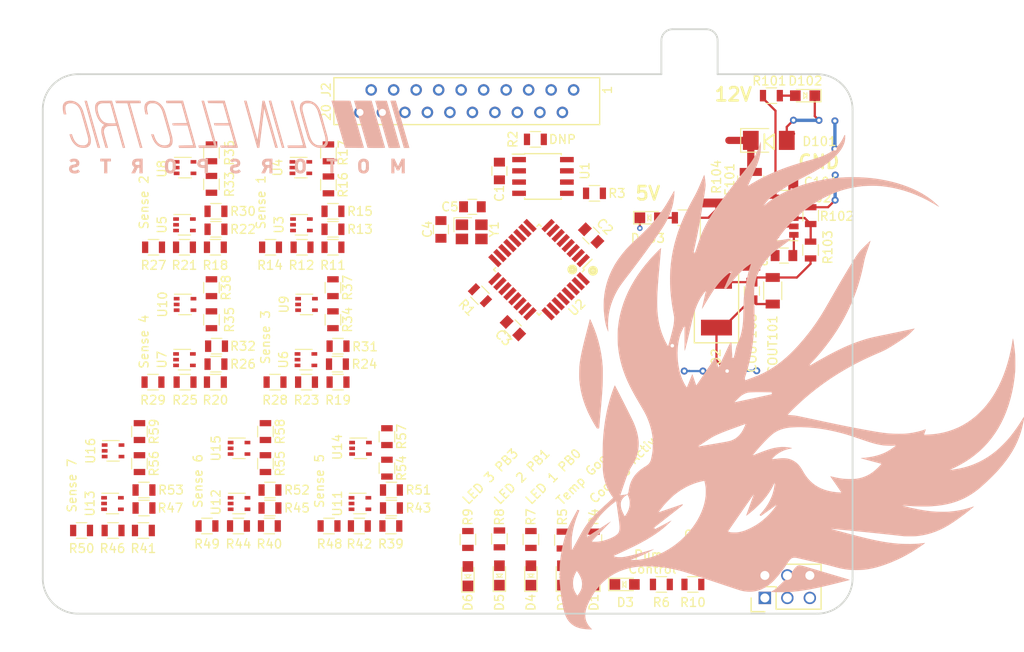
<source format=kicad_pcb>
(kicad_pcb (version 20171130) (host pcbnew 5.1.4-e60b266~84~ubuntu18.04.1)
  (layers (0 F.Cu signal) (31 B.Cu signal) (34 B.Paste user) (35 F.Paste user) (36 B.SilkS user hide) (37 F.SilkS user) (38 B.Mask user) (39 F.Mask user) (44 Edge.Cuts user))
  (net 0 "")
  (net 1 GND)
  (net 2 /12V)
  (net 3 VCC)
  (net 4 "Net-(C101-Pad1)")
  (net 5 "Net-(C103-Pad2)")
  (net 6 "Net-(C103-Pad1)")
  (net 7 "Net-(COUT101-Pad1)")
  (net 8 "Net-(D102-Pad2)")
  (net 9 "Net-(D103-Pad2)")
  (net 10 "Net-(R102-Pad1)")
  (net 11 "Net-(C3-Pad1)")
  (net 12 "Net-(C4-Pad1)")
  (net 13 "Net-(C5-Pad1)")
  (net 14 "Net-(D1-Pad2)")
  (net 15 "Net-(D2-Pad2)")
  (net 16 "Net-(D3-Pad2)")
  (net 17 "Net-(D4-Pad2)")
  (net 18 "Net-(D5-Pad2)")
  (net 19 "Net-(D6-Pad2)")
  (net 20 /MISO)
  (net 21 /SCK)
  (net 22 /MOSI)
  (net 23 /RESET)
  (net 24 /CAN_HI)
  (net 25 /CAN_LO)
  (net 26 /PUMP_CONTROL)
  (net 27 /LED_1)
  (net 28 /LED_2)
  (net 29 /LED_3)
  (net 30 /CAN_TX)
  (net 31 /CAN_RX)
  (net 32 "Net-(U1-Pad5)")
  (net 33 "Net-(U2-Pad3)")
  (net 34 "Net-(U2-Pad15)")
  (net 35 "Net-(U2-Pad21)")
  (net 36 "Net-(U2-Pad25)")
  (net 37 "Net-(U2-Pad29)")
  (net 38 "Net-(U2-Pad32)")
  (net 39 /PUMP_RELAY_READ)
  (net 40 /Logic_Sheet/SENSE_1-)
  (net 41 /Logic_Sheet/SENSE_1+)
  (net 42 /Logic_Sheet/SENSE_2+)
  (net 43 /Logic_Sheet/SENSE_2-)
  (net 44 /Logic_Sheet/SENSE_3+)
  (net 45 /Logic_Sheet/SENSE_3-)
  (net 46 /Logic_Sheet/SENSE_4+)
  (net 47 /Logic_Sheet/SENSE_4-)
  (net 48 /Logic_Sheet/SENSE_5+)
  (net 49 /Logic_Sheet/SENSE_5-)
  (net 50 /Logic_Sheet/SENSE_6+)
  (net 51 /Logic_Sheet/SENSE_6-)
  (net 52 /Logic_Sheet/SENSE_7+)
  (net 53 /Logic_Sheet/SENSE_7-)
  (net 54 /COOLING_ACTIVE_LED)
  (net 55 /TEMP_GOOD_LED)
  (net 56 "Net-(R12-Pad1)")
  (net 57 "Net-(R13-Pad1)")
  (net 58 "Net-(R15-Pad1)")
  (net 59 "Net-(R16-Pad1)")
  (net 60 /READ_1)
  (net 61 "Net-(R21-Pad1)")
  (net 62 "Net-(R22-Pad1)")
  (net 63 "Net-(R23-Pad1)")
  (net 64 "Net-(R24-Pad1)")
  (net 65 "Net-(R25-Pad1)")
  (net 66 "Net-(R26-Pad1)")
  (net 67 "Net-(R30-Pad1)")
  (net 68 "Net-(R31-Pad1)")
  (net 69 "Net-(R32-Pad1)")
  (net 70 "Net-(R33-Pad1)")
  (net 71 "Net-(R34-Pad1)")
  (net 72 "Net-(R35-Pad1)")
  (net 73 /READ_2)
  (net 74 /READ_3)
  (net 75 /READ_4)
  (net 76 "Net-(R42-Pad1)")
  (net 77 "Net-(R43-Pad1)")
  (net 78 "Net-(R44-Pad1)")
  (net 79 "Net-(R45-Pad1)")
  (net 80 "Net-(R46-Pad1)")
  (net 81 "Net-(R47-Pad1)")
  (net 82 "Net-(R51-Pad1)")
  (net 83 "Net-(R52-Pad1)")
  (net 84 "Net-(R53-Pad1)")
  (net 85 "Net-(R54-Pad1)")
  (net 86 "Net-(R55-Pad1)")
  (net 87 "Net-(R56-Pad1)")
  (net 88 /READ_5)
  (net 89 /READ_6)
  (net 90 /READ_7)
  (module footprints:TQFP-32_7x7mm_Pitch0.8mm (layer F.Cu) (at 155.353103 100.066695 225)
    (fp_text reference U2 (at 0 -6.05 45) (layer F.SilkS))
    (fp_text value ATMEGA16M1 hide)
    (pad 1 smd rect (at -4.25 -2.8 225) (size 1.6 0.55) (layers F.Cu F.Paste F.Mask) (net 20 /MISO))
    (pad 2 smd rect (at -4.25 -2 225) (size 1.6 0.55) (layers F.Cu F.Paste F.Mask) (net 22 /MOSI))
    (pad 3 smd rect (at -4.25 -1.2 225) (size 1.6 0.55) (layers F.Cu F.Paste F.Mask) (net 33 "Net-(U2-Pad3)"))
    (pad 4 smd rect (at -4.25 -0.4 225) (size 1.6 0.55) (layers F.Cu F.Paste F.Mask) (net 3 VCC))
    (pad 5 smd rect (at -4.25 0.4 225) (size 1.6 0.55) (layers F.Cu F.Paste F.Mask) (net 1 GND))
    (pad 6 smd rect (at -4.25 1.2 225) (size 1.6 0.55) (layers F.Cu F.Paste F.Mask) (net 30 /CAN_TX))
    (pad 7 smd rect (at -4.25 2 225) (size 1.6 0.55) (layers F.Cu F.Paste F.Mask) (net 31 /CAN_RX))
    (pad 8 smd rect (at -4.25 2.8 225) (size 1.6 0.55) (layers F.Cu F.Paste F.Mask) (net 27 /LED_1))
    (pad 9 smd rect (at -2.8 4.25 315) (size 1.6 0.55) (layers F.Cu F.Paste F.Mask) (net 28 /LED_2))
    (pad 10 smd rect (at -2 4.25 315) (size 1.6 0.55) (layers F.Cu F.Paste F.Mask) (net 13 "Net-(C5-Pad1)"))
    (pad 11 smd rect (at -1.2 4.25 315) (size 1.6 0.55) (layers F.Cu F.Paste F.Mask) (net 12 "Net-(C4-Pad1)"))
    (pad 12 smd rect (at -0.4 4.25 315) (size 1.6 0.55) (layers F.Cu F.Paste F.Mask) (net 21 /SCK))
    (pad 13 smd rect (at 0.4 4.25 315) (size 1.6 0.55) (layers F.Cu F.Paste F.Mask) (net 60 /READ_1))
    (pad 14 smd rect (at 1.2 4.25 315) (size 1.6 0.55) (layers F.Cu F.Paste F.Mask) (net 73 /READ_2))
    (pad 15 smd rect (at 2 4.25 315) (size 1.6 0.55) (layers F.Cu F.Paste F.Mask) (net 34 "Net-(U2-Pad15)"))
    (pad 16 smd rect (at 2.8 4.25 315) (size 1.6 0.55) (layers F.Cu F.Paste F.Mask) (net 75 /READ_4))
    (pad 17 smd rect (at 4.25 2.8 225) (size 1.6 0.55) (layers F.Cu F.Paste F.Mask) (net 90 /READ_7))
    (pad 18 smd rect (at 4.25 2 225) (size 1.6 0.55) (layers F.Cu F.Paste F.Mask) (net 39 /PUMP_RELAY_READ))
    (pad 19 smd rect (at 4.25 1.2 225) (size 1.6 0.55) (layers F.Cu F.Paste F.Mask) (net 11 "Net-(C3-Pad1)"))
    (pad 20 smd rect (at 4.25 0.4 225) (size 1.6 0.55) (layers F.Cu F.Paste F.Mask) (net 1 GND))
    (pad 21 smd rect (at 4.25 -0.4 225) (size 1.6 0.55) (layers F.Cu F.Paste F.Mask) (net 35 "Net-(U2-Pad21)"))
    (pad 22 smd rect (at 4.25 -1.2 225) (size 1.6 0.55) (layers F.Cu F.Paste F.Mask) (net 26 /PUMP_CONTROL))
    (pad 23 smd rect (at 4.25 -2 225) (size 1.6 0.55) (layers F.Cu F.Paste F.Mask) (net 29 /LED_3))
    (pad 24 smd rect (at 4.25 -2.8 225) (size 1.6 0.55) (layers F.Cu F.Paste F.Mask) (net 54 /COOLING_ACTIVE_LED))
    (pad 25 smd rect (at 2.8 -4.25 315) (size 1.6 0.55) (layers F.Cu F.Paste F.Mask) (net 36 "Net-(U2-Pad25)"))
    (pad 26 smd rect (at 2 -4.25 315) (size 1.6 0.55) (layers F.Cu F.Paste F.Mask) (net 88 /READ_5))
    (pad 27 smd rect (at 1.2 -4.25 315) (size 1.6 0.55) (layers F.Cu F.Paste F.Mask) (net 89 /READ_6))
    (pad 28 smd rect (at 0.4 -4.25 315) (size 1.6 0.55) (layers F.Cu F.Paste F.Mask) (net 74 /READ_3))
    (pad 29 smd rect (at -0.4 -4.25 315) (size 1.6 0.55) (layers F.Cu F.Paste F.Mask) (net 37 "Net-(U2-Pad29)"))
    (pad 30 smd rect (at -1.2 -4.25 315) (size 1.6 0.55) (layers F.Cu F.Paste F.Mask) (net 55 /TEMP_GOOD_LED))
    (pad 31 smd rect (at -2 -4.25 315) (size 1.6 0.55) (layers F.Cu F.Paste F.Mask) (net 23 /RESET))
    (pad 32 smd rect (at -2.8 -4.25 315) (size 1.6 0.55) (layers F.Cu F.Paste F.Mask) (net 38 "Net-(U2-Pad32)"))
  )
  (module Package_TO_SOT_SMD:SOT-353_SC-70-5 (layer F.Cu) (at 107.254 120.538)
    (fp_text reference U16 (at -2.54 0 90) (layer F.SilkS))
    (fp_text value MCP6001T-I-LT)
    (pad 5 smd rect (at 0.95 -0.65) (size 0.65 0.4) (layers F.Cu F.Paste F.Mask) (net 3 VCC))
    (pad 4 smd rect (at 0.95 0.65) (size 0.65 0.4) (layers F.Cu F.Paste F.Mask) (net 87 "Net-(R56-Pad1)"))
    (pad 2 smd rect (at -0.95 0) (size 0.65 0.4) (layers F.Cu F.Paste F.Mask) (net 1 GND))
    (pad 3 smd rect (at -0.95 0.65) (size 0.65 0.4) (layers F.Cu F.Paste F.Mask) (net 1 GND))
    (pad 1 smd rect (at -0.95 -0.65) (size 0.65 0.4) (layers F.Cu F.Paste F.Mask) (net 90 /READ_7))
  )
  (module Package_TO_SOT_SMD:SOT-353_SC-70-5 (layer F.Cu) (at 121.478 120.254)
    (fp_text reference U15 (at -2.606 0 90) (layer F.SilkS))
    (fp_text value MCP6001T-I-LT)
    (pad 5 smd rect (at 0.95 -0.65) (size 0.65 0.4) (layers F.Cu F.Paste F.Mask) (net 3 VCC))
    (pad 4 smd rect (at 0.95 0.65) (size 0.65 0.4) (layers F.Cu F.Paste F.Mask) (net 86 "Net-(R55-Pad1)"))
    (pad 2 smd rect (at -0.95 0) (size 0.65 0.4) (layers F.Cu F.Paste F.Mask) (net 1 GND))
    (pad 3 smd rect (at -0.95 0.65) (size 0.65 0.4) (layers F.Cu F.Paste F.Mask) (net 1 GND))
    (pad 1 smd rect (at -0.95 -0.65) (size 0.65 0.4) (layers F.Cu F.Paste F.Mask) (net 89 /READ_6))
  )
  (module Package_TO_SOT_SMD:SOT-353_SC-70-5 (layer F.Cu) (at 135.194 120.254)
    (fp_text reference U14 (at -2.606 -0.142 90) (layer F.SilkS))
    (fp_text value MCP6001T-I-LT)
    (pad 5 smd rect (at 0.95 -0.65) (size 0.65 0.4) (layers F.Cu F.Paste F.Mask) (net 3 VCC))
    (pad 4 smd rect (at 0.95 0.65) (size 0.65 0.4) (layers F.Cu F.Paste F.Mask) (net 85 "Net-(R54-Pad1)"))
    (pad 2 smd rect (at -0.95 0) (size 0.65 0.4) (layers F.Cu F.Paste F.Mask) (net 1 GND))
    (pad 3 smd rect (at -0.95 0.65) (size 0.65 0.4) (layers F.Cu F.Paste F.Mask) (net 1 GND))
    (pad 1 smd rect (at -0.95 -0.65) (size 0.65 0.4) (layers F.Cu F.Paste F.Mask) (net 88 /READ_5))
  )
  (module Package_TO_SOT_SMD:SOT-353_SC-70-5 (layer F.Cu) (at 107.188 126.492)
    (fp_text reference U13 (at -2.54 0 90) (layer F.SilkS))
    (fp_text value MCP6001T-I-LT)
    (pad 5 smd rect (at 0.95 -0.65) (size 0.65 0.4) (layers F.Cu F.Paste F.Mask) (net 3 VCC))
    (pad 4 smd rect (at 0.95 0.65) (size 0.65 0.4) (layers F.Cu F.Paste F.Mask) (net 81 "Net-(R47-Pad1)"))
    (pad 2 smd rect (at -0.95 0) (size 0.65 0.4) (layers F.Cu F.Paste F.Mask) (net 1 GND))
    (pad 3 smd rect (at -0.95 0.65) (size 0.65 0.4) (layers F.Cu F.Paste F.Mask) (net 80 "Net-(R46-Pad1)"))
    (pad 1 smd rect (at -0.95 -0.65) (size 0.65 0.4) (layers F.Cu F.Paste F.Mask) (net 84 "Net-(R53-Pad1)"))
  )
  (module Package_TO_SOT_SMD:SOT-353_SC-70-5 (layer F.Cu) (at 121.478 126.492)
    (fp_text reference U12 (at -2.606 -0.142 90) (layer F.SilkS))
    (fp_text value MCP6001T-I-LT)
    (pad 5 smd rect (at 0.95 -0.65) (size 0.65 0.4) (layers F.Cu F.Paste F.Mask) (net 3 VCC))
    (pad 4 smd rect (at 0.95 0.65) (size 0.65 0.4) (layers F.Cu F.Paste F.Mask) (net 79 "Net-(R45-Pad1)"))
    (pad 2 smd rect (at -0.95 0) (size 0.65 0.4) (layers F.Cu F.Paste F.Mask) (net 1 GND))
    (pad 3 smd rect (at -0.95 0.65) (size 0.65 0.4) (layers F.Cu F.Paste F.Mask) (net 78 "Net-(R44-Pad1)"))
    (pad 1 smd rect (at -0.95 -0.65) (size 0.65 0.4) (layers F.Cu F.Paste F.Mask) (net 83 "Net-(R52-Pad1)"))
  )
  (module Package_TO_SOT_SMD:SOT-353_SC-70-5 (layer F.Cu) (at 135.128 126.492)
    (fp_text reference U11 (at -2.54 0 90) (layer F.SilkS))
    (fp_text value MCP6001T-I-LT)
    (pad 5 smd rect (at 0.95 -0.65) (size 0.65 0.4) (layers F.Cu F.Paste F.Mask) (net 3 VCC))
    (pad 4 smd rect (at 0.95 0.65) (size 0.65 0.4) (layers F.Cu F.Paste F.Mask) (net 77 "Net-(R43-Pad1)"))
    (pad 2 smd rect (at -0.95 0) (size 0.65 0.4) (layers F.Cu F.Paste F.Mask) (net 1 GND))
    (pad 3 smd rect (at -0.95 0.65) (size 0.65 0.4) (layers F.Cu F.Paste F.Mask) (net 76 "Net-(R42-Pad1)"))
    (pad 1 smd rect (at -0.95 -0.65) (size 0.65 0.4) (layers F.Cu F.Paste F.Mask) (net 82 "Net-(R51-Pad1)"))
  )
  (module Package_TO_SOT_SMD:SOT-353_SC-70-5 (layer F.Cu) (at 115.382 103.998)
    (fp_text reference U10 (at -2.54 0 90) (layer F.SilkS))
    (fp_text value MCP6001T-I-LT)
    (pad 5 smd rect (at 0.95 -0.65) (size 0.65 0.4) (layers F.Cu F.Paste F.Mask) (net 3 VCC))
    (pad 4 smd rect (at 0.95 0.65) (size 0.65 0.4) (layers F.Cu F.Paste F.Mask) (net 72 "Net-(R35-Pad1)"))
    (pad 2 smd rect (at -0.95 0) (size 0.65 0.4) (layers F.Cu F.Paste F.Mask) (net 1 GND))
    (pad 3 smd rect (at -0.95 0.65) (size 0.65 0.4) (layers F.Cu F.Paste F.Mask) (net 1 GND))
    (pad 1 smd rect (at -0.95 -0.65) (size 0.65 0.4) (layers F.Cu F.Paste F.Mask) (net 75 /READ_4))
  )
  (module Package_TO_SOT_SMD:SOT-353_SC-70-5 (layer F.Cu) (at 129.098 103.998)
    (fp_text reference U9 (at -2.54 0 90) (layer F.SilkS))
    (fp_text value MCP6001T-I-LT)
    (pad 5 smd rect (at 0.95 -0.65) (size 0.65 0.4) (layers F.Cu F.Paste F.Mask) (net 3 VCC))
    (pad 4 smd rect (at 0.95 0.65) (size 0.65 0.4) (layers F.Cu F.Paste F.Mask) (net 71 "Net-(R34-Pad1)"))
    (pad 2 smd rect (at -0.95 0) (size 0.65 0.4) (layers F.Cu F.Paste F.Mask) (net 1 GND))
    (pad 3 smd rect (at -0.95 0.65) (size 0.65 0.4) (layers F.Cu F.Paste F.Mask) (net 1 GND))
    (pad 1 smd rect (at -0.95 -0.65) (size 0.65 0.4) (layers F.Cu F.Paste F.Mask) (net 74 /READ_3))
  )
  (module Package_TO_SOT_SMD:SOT-353_SC-70-5 (layer F.Cu) (at 115.382 88.534)
    (fp_text reference U8 (at -2.606 0.142 90) (layer F.SilkS))
    (fp_text value MCP6001T-I-LT)
    (pad 5 smd rect (at 0.95 -0.65) (size 0.65 0.4) (layers F.Cu F.Paste F.Mask) (net 3 VCC))
    (pad 4 smd rect (at 0.95 0.65) (size 0.65 0.4) (layers F.Cu F.Paste F.Mask) (net 70 "Net-(R33-Pad1)"))
    (pad 2 smd rect (at -0.95 0) (size 0.65 0.4) (layers F.Cu F.Paste F.Mask) (net 1 GND))
    (pad 3 smd rect (at -0.95 0.65) (size 0.65 0.4) (layers F.Cu F.Paste F.Mask) (net 1 GND))
    (pad 1 smd rect (at -0.95 -0.65) (size 0.65 0.4) (layers F.Cu F.Paste F.Mask) (net 73 /READ_2))
  )
  (module Package_TO_SOT_SMD:SOT-353_SC-70-5 (layer F.Cu) (at 115.316 110.236)
    (fp_text reference U7 (at -2.54 0 90) (layer F.SilkS))
    (fp_text value MCP6001T-I-LT)
    (pad 5 smd rect (at 0.95 -0.65) (size 0.65 0.4) (layers F.Cu F.Paste F.Mask) (net 3 VCC))
    (pad 4 smd rect (at 0.95 0.65) (size 0.65 0.4) (layers F.Cu F.Paste F.Mask) (net 66 "Net-(R26-Pad1)"))
    (pad 2 smd rect (at -0.95 0) (size 0.65 0.4) (layers F.Cu F.Paste F.Mask) (net 1 GND))
    (pad 3 smd rect (at -0.95 0.65) (size 0.65 0.4) (layers F.Cu F.Paste F.Mask) (net 65 "Net-(R25-Pad1)"))
    (pad 1 smd rect (at -0.95 -0.65) (size 0.65 0.4) (layers F.Cu F.Paste F.Mask) (net 69 "Net-(R32-Pad1)"))
  )
  (module Package_TO_SOT_SMD:SOT-353_SC-70-5 (layer F.Cu) (at 129.032 110.236)
    (fp_text reference U6 (at -2.54 0 90) (layer F.SilkS))
    (fp_text value MCP6001T-I-LT)
    (pad 5 smd rect (at 0.95 -0.65) (size 0.65 0.4) (layers F.Cu F.Paste F.Mask) (net 3 VCC))
    (pad 4 smd rect (at 0.95 0.65) (size 0.65 0.4) (layers F.Cu F.Paste F.Mask) (net 64 "Net-(R24-Pad1)"))
    (pad 2 smd rect (at -0.95 0) (size 0.65 0.4) (layers F.Cu F.Paste F.Mask) (net 1 GND))
    (pad 3 smd rect (at -0.95 0.65) (size 0.65 0.4) (layers F.Cu F.Paste F.Mask) (net 63 "Net-(R23-Pad1)"))
    (pad 1 smd rect (at -0.95 -0.65) (size 0.65 0.4) (layers F.Cu F.Paste F.Mask) (net 68 "Net-(R31-Pad1)"))
  )
  (module Package_TO_SOT_SMD:SOT-353_SC-70-5 (layer F.Cu) (at 115.316 94.996)
    (fp_text reference U5 (at -2.54 0 90) (layer F.SilkS))
    (fp_text value MCP6001T-I-LT)
    (pad 5 smd rect (at 0.95 -0.65) (size 0.65 0.4) (layers F.Cu F.Paste F.Mask) (net 3 VCC))
    (pad 4 smd rect (at 0.95 0.65) (size 0.65 0.4) (layers F.Cu F.Paste F.Mask) (net 62 "Net-(R22-Pad1)"))
    (pad 2 smd rect (at -0.95 0) (size 0.65 0.4) (layers F.Cu F.Paste F.Mask) (net 1 GND))
    (pad 3 smd rect (at -0.95 0.65) (size 0.65 0.4) (layers F.Cu F.Paste F.Mask) (net 61 "Net-(R21-Pad1)"))
    (pad 1 smd rect (at -0.95 -0.65) (size 0.65 0.4) (layers F.Cu F.Paste F.Mask) (net 67 "Net-(R30-Pad1)"))
  )
  (module Package_TO_SOT_SMD:SOT-353_SC-70-5 (layer F.Cu) (at 128.458 88.534)
    (fp_text reference U4 (at -2.606 0 90) (layer F.SilkS))
    (fp_text value MCP6001T-I-LT)
    (pad 5 smd rect (at 0.95 -0.65) (size 0.65 0.4) (layers F.Cu F.Paste F.Mask) (net 3 VCC))
    (pad 4 smd rect (at 0.95 0.65) (size 0.65 0.4) (layers F.Cu F.Paste F.Mask) (net 59 "Net-(R16-Pad1)"))
    (pad 2 smd rect (at -0.95 0) (size 0.65 0.4) (layers F.Cu F.Paste F.Mask) (net 1 GND))
    (pad 3 smd rect (at -0.95 0.65) (size 0.65 0.4) (layers F.Cu F.Paste F.Mask) (net 1 GND))
    (pad 1 smd rect (at -0.95 -0.65) (size 0.65 0.4) (layers F.Cu F.Paste F.Mask) (net 60 /READ_1))
  )
  (module Package_TO_SOT_SMD:SOT-353_SC-70-5 (layer F.Cu) (at 128.524 94.996)
    (fp_text reference U3 (at -2.54 0 90) (layer F.SilkS))
    (fp_text value MCP6001T-I-LT)
    (pad 5 smd rect (at 0.95 -0.65) (size 0.65 0.4) (layers F.Cu F.Paste F.Mask) (net 3 VCC))
    (pad 4 smd rect (at 0.95 0.65) (size 0.65 0.4) (layers F.Cu F.Paste F.Mask) (net 57 "Net-(R13-Pad1)"))
    (pad 2 smd rect (at -0.95 0) (size 0.65 0.4) (layers F.Cu F.Paste F.Mask) (net 1 GND))
    (pad 3 smd rect (at -0.95 0.65) (size 0.65 0.4) (layers F.Cu F.Paste F.Mask) (net 56 "Net-(R12-Pad1)"))
    (pad 1 smd rect (at -0.95 -0.65) (size 0.65 0.4) (layers F.Cu F.Paste F.Mask) (net 58 "Net-(R15-Pad1)"))
  )
  (module footprints:R_0805_OEM (layer F.Cu) (at 110.236 118.364 270)
    (fp_text reference R59 (at 0 -1.65 90) (layer F.SilkS))
    (fp_text value R_22K hide)
    (pad 2 smd rect (at 0.95 0 270) (size 0.7 1.3) (layers F.Cu F.Paste F.Mask) (net 87 "Net-(R56-Pad1)"))
    (pad 1 smd rect (at -0.95 0 270) (size 0.7 1.3) (layers F.Cu F.Paste F.Mask) (net 90 /READ_7))
  )
  (module footprints:R_0805_OEM (layer F.Cu) (at 124.46 118.364 270)
    (fp_text reference R58 (at 0 -1.65 90) (layer F.SilkS))
    (fp_text value R_22K hide)
    (pad 2 smd rect (at 0.95 0 270) (size 0.7 1.3) (layers F.Cu F.Paste F.Mask) (net 86 "Net-(R55-Pad1)"))
    (pad 1 smd rect (at -0.95 0 270) (size 0.7 1.3) (layers F.Cu F.Paste F.Mask) (net 89 /READ_6))
  )
  (module footprints:R_0805_OEM (layer F.Cu) (at 138.176 118.938 270)
    (fp_text reference R57 (at 0 -1.65 90) (layer F.SilkS))
    (fp_text value R_22K hide)
    (pad 2 smd rect (at 0.95 0 270) (size 0.7 1.3) (layers F.Cu F.Paste F.Mask) (net 85 "Net-(R54-Pad1)"))
    (pad 1 smd rect (at -0.95 0 270) (size 0.7 1.3) (layers F.Cu F.Paste F.Mask) (net 88 /READ_5))
  )
  (module footprints:R_0805_OEM (layer F.Cu) (at 110.236 121.986 270)
    (fp_text reference R56 (at 0 -1.65 90) (layer F.SilkS))
    (fp_text value R_10K hide)
    (pad 2 smd rect (at 0.95 0 270) (size 0.7 1.3) (layers F.Cu F.Paste F.Mask) (net 84 "Net-(R53-Pad1)"))
    (pad 1 smd rect (at -0.95 0 270) (size 0.7 1.3) (layers F.Cu F.Paste F.Mask) (net 87 "Net-(R56-Pad1)"))
  )
  (module footprints:R_0805_OEM (layer F.Cu) (at 124.46 121.986 270)
    (fp_text reference R55 (at 0 -1.65 90) (layer F.SilkS))
    (fp_text value R_10K hide)
    (pad 2 smd rect (at 0.95 0 270) (size 0.7 1.3) (layers F.Cu F.Paste F.Mask) (net 83 "Net-(R52-Pad1)"))
    (pad 1 smd rect (at -0.95 0 270) (size 0.7 1.3) (layers F.Cu F.Paste F.Mask) (net 86 "Net-(R55-Pad1)"))
  )
  (module footprints:R_0805_OEM (layer F.Cu) (at 138.176 122.494 270)
    (fp_text reference R54 (at 0 -1.65 90) (layer F.SilkS))
    (fp_text value R_10K hide)
    (pad 2 smd rect (at 0.95 0 270) (size 0.7 1.3) (layers F.Cu F.Paste F.Mask) (net 82 "Net-(R51-Pad1)"))
    (pad 1 smd rect (at -0.95 0 270) (size 0.7 1.3) (layers F.Cu F.Paste F.Mask) (net 85 "Net-(R54-Pad1)"))
  )
  (module footprints:R_0805_OEM (layer F.Cu) (at 110.744 124.968 180)
    (fp_text reference R53 (at -3.048 0) (layer F.SilkS))
    (fp_text value R_3K hide)
    (pad 2 smd rect (at 0.95 0 180) (size 0.7 1.3) (layers F.Cu F.Paste F.Mask) (net 81 "Net-(R47-Pad1)"))
    (pad 1 smd rect (at -0.95 0 180) (size 0.7 1.3) (layers F.Cu F.Paste F.Mask) (net 84 "Net-(R53-Pad1)"))
  )
  (module footprints:R_0805_OEM (layer F.Cu) (at 124.968 124.968 180)
    (fp_text reference R52 (at -3.048 0) (layer F.SilkS))
    (fp_text value R_3K hide)
    (pad 2 smd rect (at 0.95 0 180) (size 0.7 1.3) (layers F.Cu F.Paste F.Mask) (net 79 "Net-(R45-Pad1)"))
    (pad 1 smd rect (at -0.95 0 180) (size 0.7 1.3) (layers F.Cu F.Paste F.Mask) (net 83 "Net-(R52-Pad1)"))
  )
  (module footprints:R_0805_OEM (layer F.Cu) (at 138.684 124.968 180)
    (fp_text reference R51 (at -3.048 0) (layer F.SilkS))
    (fp_text value R_3K hide)
    (pad 2 smd rect (at 0.95 0 180) (size 0.7 1.3) (layers F.Cu F.Paste F.Mask) (net 77 "Net-(R43-Pad1)"))
    (pad 1 smd rect (at -0.95 0 180) (size 0.7 1.3) (layers F.Cu F.Paste F.Mask) (net 82 "Net-(R51-Pad1)"))
  )
  (module footprints:R_0805_OEM (layer F.Cu) (at 103.698 129.54)
    (fp_text reference R50 (at 0 2.032) (layer F.SilkS))
    (fp_text value R_3K hide)
    (pad 2 smd rect (at 0.95 0) (size 0.7 1.3) (layers F.Cu F.Paste F.Mask) (net 80 "Net-(R46-Pad1)"))
    (pad 1 smd rect (at -0.95 0) (size 0.7 1.3) (layers F.Cu F.Paste F.Mask) (net 1 GND))
  )
  (module footprints:R_0805_OEM (layer F.Cu) (at 117.856 129.032)
    (fp_text reference R49 (at 0 2.032) (layer F.SilkS))
    (fp_text value R_3K hide)
    (pad 2 smd rect (at 0.95 0) (size 0.7 1.3) (layers F.Cu F.Paste F.Mask) (net 78 "Net-(R44-Pad1)"))
    (pad 1 smd rect (at -0.95 0) (size 0.7 1.3) (layers F.Cu F.Paste F.Mask) (net 1 GND))
  )
  (module footprints:R_0805_OEM (layer F.Cu) (at 131.638 129.032)
    (fp_text reference R48 (at 0.066 2.032) (layer F.SilkS))
    (fp_text value R_3K hide)
    (pad 2 smd rect (at 0.95 0) (size 0.7 1.3) (layers F.Cu F.Paste F.Mask) (net 76 "Net-(R42-Pad1)"))
    (pad 1 smd rect (at -0.95 0) (size 0.7 1.3) (layers F.Cu F.Paste F.Mask) (net 1 GND))
  )
  (module footprints:R_0805_OEM (layer F.Cu) (at 110.744 127)
    (fp_text reference R47 (at 2.982 0) (layer F.SilkS))
    (fp_text value R_3K hide)
    (pad 2 smd rect (at 0.95 0) (size 0.7 1.3) (layers F.Cu F.Paste F.Mask) (net 52 /Logic_Sheet/SENSE_7+))
    (pad 1 smd rect (at -0.95 0) (size 0.7 1.3) (layers F.Cu F.Paste F.Mask) (net 81 "Net-(R47-Pad1)"))
  )
  (module footprints:R_0805_OEM (layer F.Cu) (at 107.254 129.54)
    (fp_text reference R46 (at -0.066 2.032 180) (layer F.SilkS))
    (fp_text value R_3K hide)
    (pad 2 smd rect (at 0.95 0) (size 0.7 1.3) (layers F.Cu F.Paste F.Mask) (net 53 /Logic_Sheet/SENSE_7-))
    (pad 1 smd rect (at -0.95 0) (size 0.7 1.3) (layers F.Cu F.Paste F.Mask) (net 80 "Net-(R46-Pad1)"))
  )
  (module footprints:R_0805_OEM (layer F.Cu) (at 124.968 127)
    (fp_text reference R45 (at 3.048 0) (layer F.SilkS))
    (fp_text value R_3K hide)
    (pad 2 smd rect (at 0.95 0) (size 0.7 1.3) (layers F.Cu F.Paste F.Mask) (net 50 /Logic_Sheet/SENSE_6+))
    (pad 1 smd rect (at -0.95 0) (size 0.7 1.3) (layers F.Cu F.Paste F.Mask) (net 79 "Net-(R45-Pad1)"))
  )
  (module footprints:R_0805_OEM (layer F.Cu) (at 121.412 129.032)
    (fp_text reference R44 (at 0 2.032) (layer F.SilkS))
    (fp_text value R_3K hide)
    (pad 2 smd rect (at 0.95 0) (size 0.7 1.3) (layers F.Cu F.Paste F.Mask) (net 51 /Logic_Sheet/SENSE_6-))
    (pad 1 smd rect (at -0.95 0) (size 0.7 1.3) (layers F.Cu F.Paste F.Mask) (net 78 "Net-(R44-Pad1)"))
  )
  (module footprints:R_0805_OEM (layer F.Cu) (at 138.684 127)
    (fp_text reference R43 (at 3.048 0) (layer F.SilkS))
    (fp_text value R_3K hide)
    (pad 2 smd rect (at 0.95 0) (size 0.7 1.3) (layers F.Cu F.Paste F.Mask) (net 48 /Logic_Sheet/SENSE_5+))
    (pad 1 smd rect (at -0.95 0) (size 0.7 1.3) (layers F.Cu F.Paste F.Mask) (net 77 "Net-(R43-Pad1)"))
  )
  (module footprints:R_0805_OEM (layer F.Cu) (at 135.062 129.032)
    (fp_text reference R42 (at 0 2.032) (layer F.SilkS))
    (fp_text value R_3K hide)
    (pad 2 smd rect (at 0.95 0) (size 0.7 1.3) (layers F.Cu F.Paste F.Mask) (net 49 /Logic_Sheet/SENSE_5-))
    (pad 1 smd rect (at -0.95 0) (size 0.7 1.3) (layers F.Cu F.Paste F.Mask) (net 76 "Net-(R42-Pad1)"))
  )
  (module footprints:R_0805_OEM (layer F.Cu) (at 110.678 129.54)
    (fp_text reference R41 (at 0 2.032) (layer F.SilkS))
    (fp_text value R_1K hide)
    (pad 2 smd rect (at 0.95 0) (size 0.7 1.3) (layers F.Cu F.Paste F.Mask) (net 1 GND))
    (pad 1 smd rect (at -0.95 0) (size 0.7 1.3) (layers F.Cu F.Paste F.Mask) (net 53 /Logic_Sheet/SENSE_7-))
  )
  (module footprints:R_0805_OEM (layer F.Cu) (at 124.902 129.032)
    (fp_text reference R40 (at 0 2.032) (layer F.SilkS))
    (fp_text value R_1K hide)
    (pad 2 smd rect (at 0.95 0) (size 0.7 1.3) (layers F.Cu F.Paste F.Mask) (net 1 GND))
    (pad 1 smd rect (at -0.95 0) (size 0.7 1.3) (layers F.Cu F.Paste F.Mask) (net 51 /Logic_Sheet/SENSE_6-))
  )
  (module footprints:R_0805_OEM (layer F.Cu) (at 138.618 129.032)
    (fp_text reference R39 (at 0 2.032) (layer F.SilkS))
    (fp_text value R_1K hide)
    (pad 2 smd rect (at 0.95 0) (size 0.7 1.3) (layers F.Cu F.Paste F.Mask) (net 1 GND))
    (pad 1 smd rect (at -0.95 0) (size 0.7 1.3) (layers F.Cu F.Paste F.Mask) (net 49 /Logic_Sheet/SENSE_5-))
  )
  (module footprints:R_0805_OEM (layer F.Cu) (at 118.364 102.108 270)
    (fp_text reference R38 (at 0 -1.65 90) (layer F.SilkS))
    (fp_text value R_22K hide)
    (pad 2 smd rect (at 0.95 0 270) (size 0.7 1.3) (layers F.Cu F.Paste F.Mask) (net 72 "Net-(R35-Pad1)"))
    (pad 1 smd rect (at -0.95 0 270) (size 0.7 1.3) (layers F.Cu F.Paste F.Mask) (net 75 /READ_4))
  )
  (module footprints:R_0805_OEM (layer F.Cu) (at 132.08 102.108 270)
    (fp_text reference R37 (at 0 -1.65 90) (layer F.SilkS))
    (fp_text value R_22K hide)
    (pad 2 smd rect (at 0.95 0 270) (size 0.7 1.3) (layers F.Cu F.Paste F.Mask) (net 71 "Net-(R34-Pad1)"))
    (pad 1 smd rect (at -0.95 0 270) (size 0.7 1.3) (layers F.Cu F.Paste F.Mask) (net 74 /READ_3))
  )
  (module footprints:R_0805_OEM (layer F.Cu) (at 118.364 86.868 270)
    (fp_text reference R36 (at 0 -2.032 90) (layer F.SilkS))
    (fp_text value R_22K hide)
    (pad 2 smd rect (at 0.95 0 270) (size 0.7 1.3) (layers F.Cu F.Paste F.Mask) (net 70 "Net-(R33-Pad1)"))
    (pad 1 smd rect (at -0.95 0 270) (size 0.7 1.3) (layers F.Cu F.Paste F.Mask) (net 73 /READ_2))
  )
  (module footprints:R_0805_OEM (layer F.Cu) (at 118.364 105.73 270)
    (fp_text reference R35 (at 0 -2.032 90) (layer F.SilkS))
    (fp_text value R_10K hide)
    (pad 2 smd rect (at 0.95 0 270) (size 0.7 1.3) (layers F.Cu F.Paste F.Mask) (net 69 "Net-(R32-Pad1)"))
    (pad 1 smd rect (at -0.95 0 270) (size 0.7 1.3) (layers F.Cu F.Paste F.Mask) (net 72 "Net-(R35-Pad1)"))
  )
  (module footprints:R_0805_OEM (layer F.Cu) (at 132.08 105.73 270)
    (fp_text reference R34 (at 0 -1.65 90) (layer F.SilkS))
    (fp_text value R_10K hide)
    (pad 2 smd rect (at 0.95 0 270) (size 0.7 1.3) (layers F.Cu F.Paste F.Mask) (net 68 "Net-(R31-Pad1)"))
    (pad 1 smd rect (at -0.95 0 270) (size 0.7 1.3) (layers F.Cu F.Paste F.Mask) (net 71 "Net-(R34-Pad1)"))
  )
  (module footprints:R_0805_OEM (layer F.Cu) (at 118.364 90.424 270)
    (fp_text reference R33 (at 0 -2.032 90) (layer F.SilkS))
    (fp_text value R_10K hide)
    (pad 2 smd rect (at 0.95 0 270) (size 0.7 1.3) (layers F.Cu F.Paste F.Mask) (net 67 "Net-(R30-Pad1)"))
    (pad 1 smd rect (at -0.95 0 270) (size 0.7 1.3) (layers F.Cu F.Paste F.Mask) (net 70 "Net-(R33-Pad1)"))
  )
  (module footprints:R_0805_OEM (layer F.Cu) (at 118.938 108.712 180)
    (fp_text reference R32 (at -2.982 0) (layer F.SilkS))
    (fp_text value R_3K hide)
    (pad 2 smd rect (at 0.95 0 180) (size 0.7 1.3) (layers F.Cu F.Paste F.Mask) (net 66 "Net-(R26-Pad1)"))
    (pad 1 smd rect (at -0.95 0 180) (size 0.7 1.3) (layers F.Cu F.Paste F.Mask) (net 69 "Net-(R32-Pad1)"))
  )
  (module footprints:R_0805_OEM (layer F.Cu) (at 132.654 108.712 180)
    (fp_text reference R31 (at -3.048 -0.066) (layer F.SilkS))
    (fp_text value R_3K hide)
    (pad 2 smd rect (at 0.95 0 180) (size 0.7 1.3) (layers F.Cu F.Paste F.Mask) (net 64 "Net-(R24-Pad1)"))
    (pad 1 smd rect (at -0.95 0 180) (size 0.7 1.3) (layers F.Cu F.Paste F.Mask) (net 68 "Net-(R31-Pad1)"))
  )
  (module footprints:R_0805_OEM (layer F.Cu) (at 118.872 93.472 180)
    (fp_text reference R30 (at -3.048 0) (layer F.SilkS))
    (fp_text value R_3K hide)
    (pad 2 smd rect (at 0.95 0 180) (size 0.7 1.3) (layers F.Cu F.Paste F.Mask) (net 62 "Net-(R22-Pad1)"))
    (pad 1 smd rect (at -0.95 0 180) (size 0.7 1.3) (layers F.Cu F.Paste F.Mask) (net 67 "Net-(R30-Pad1)"))
  )
  (module footprints:R_0805_OEM (layer F.Cu) (at 111.76 112.776)
    (fp_text reference R29 (at 0 2.032) (layer F.SilkS))
    (fp_text value R_3K hide)
    (pad 2 smd rect (at 0.95 0) (size 0.7 1.3) (layers F.Cu F.Paste F.Mask) (net 65 "Net-(R25-Pad1)"))
    (pad 1 smd rect (at -0.95 0) (size 0.7 1.3) (layers F.Cu F.Paste F.Mask) (net 1 GND))
  )
  (module footprints:R_0805_OEM (layer F.Cu) (at 125.542 112.776)
    (fp_text reference R28 (at 0 2.032) (layer F.SilkS))
    (fp_text value R_3K hide)
    (pad 2 smd rect (at 0.95 0) (size 0.7 1.3) (layers F.Cu F.Paste F.Mask) (net 63 "Net-(R23-Pad1)"))
    (pad 1 smd rect (at -0.95 0) (size 0.7 1.3) (layers F.Cu F.Paste F.Mask) (net 1 GND))
  )
  (module footprints:R_0805_OEM (layer F.Cu) (at 111.826 97.536)
    (fp_text reference R27 (at 0 2.032) (layer F.SilkS))
    (fp_text value R_3K hide)
    (pad 2 smd rect (at 0.95 0) (size 0.7 1.3) (layers F.Cu F.Paste F.Mask) (net 61 "Net-(R21-Pad1)"))
    (pad 1 smd rect (at -0.95 0) (size 0.7 1.3) (layers F.Cu F.Paste F.Mask) (net 1 GND))
  )
  (module footprints:R_0805_OEM (layer F.Cu) (at 118.872 110.744)
    (fp_text reference R26 (at 3.048 0) (layer F.SilkS))
    (fp_text value R_3K hide)
    (pad 2 smd rect (at 0.95 0) (size 0.7 1.3) (layers F.Cu F.Paste F.Mask) (net 46 /Logic_Sheet/SENSE_4+))
    (pad 1 smd rect (at -0.95 0) (size 0.7 1.3) (layers F.Cu F.Paste F.Mask) (net 66 "Net-(R26-Pad1)"))
  )
  (module footprints:R_0805_OEM (layer F.Cu) (at 115.382 112.776)
    (fp_text reference R25 (at 0 2.032) (layer F.SilkS))
    (fp_text value R_3K hide)
    (pad 2 smd rect (at 0.95 0) (size 0.7 1.3) (layers F.Cu F.Paste F.Mask) (net 47 /Logic_Sheet/SENSE_4-))
    (pad 1 smd rect (at -0.95 0) (size 0.7 1.3) (layers F.Cu F.Paste F.Mask) (net 65 "Net-(R25-Pad1)"))
  )
  (module footprints:R_0805_OEM (layer F.Cu) (at 132.588 110.744)
    (fp_text reference R24 (at 3.048 0) (layer F.SilkS))
    (fp_text value R_3K hide)
    (pad 2 smd rect (at 0.95 0) (size 0.7 1.3) (layers F.Cu F.Paste F.Mask) (net 44 /Logic_Sheet/SENSE_3+))
    (pad 1 smd rect (at -0.95 0) (size 0.7 1.3) (layers F.Cu F.Paste F.Mask) (net 64 "Net-(R24-Pad1)"))
  )
  (module footprints:R_0805_OEM (layer F.Cu) (at 129.098 112.776)
    (fp_text reference R23 (at 0 2.032) (layer F.SilkS))
    (fp_text value R_3K hide)
    (pad 2 smd rect (at 0.95 0) (size 0.7 1.3) (layers F.Cu F.Paste F.Mask) (net 45 /Logic_Sheet/SENSE_3-))
    (pad 1 smd rect (at -0.95 0) (size 0.7 1.3) (layers F.Cu F.Paste F.Mask) (net 63 "Net-(R23-Pad1)"))
  )
  (module footprints:R_0805_OEM (layer F.Cu) (at 118.872 95.504)
    (fp_text reference R22 (at 3.048 0) (layer F.SilkS))
    (fp_text value R_3K hide)
    (pad 2 smd rect (at 0.95 0) (size 0.7 1.3) (layers F.Cu F.Paste F.Mask) (net 42 /Logic_Sheet/SENSE_2+))
    (pad 1 smd rect (at -0.95 0) (size 0.7 1.3) (layers F.Cu F.Paste F.Mask) (net 62 "Net-(R22-Pad1)"))
  )
  (module footprints:R_0805_OEM (layer F.Cu) (at 115.316 97.536)
    (fp_text reference R21 (at 0 2.032) (layer F.SilkS))
    (fp_text value R_3K hide)
    (pad 2 smd rect (at 0.95 0) (size 0.7 1.3) (layers F.Cu F.Paste F.Mask) (net 43 /Logic_Sheet/SENSE_2-))
    (pad 1 smd rect (at -0.95 0) (size 0.7 1.3) (layers F.Cu F.Paste F.Mask) (net 61 "Net-(R21-Pad1)"))
  )
  (module footprints:R_0805_OEM (layer F.Cu) (at 118.806 112.776)
    (fp_text reference R20 (at 0 2.032) (layer F.SilkS))
    (fp_text value R_1K hide)
    (pad 2 smd rect (at 0.95 0) (size 0.7 1.3) (layers F.Cu F.Paste F.Mask) (net 1 GND))
    (pad 1 smd rect (at -0.95 0) (size 0.7 1.3) (layers F.Cu F.Paste F.Mask) (net 47 /Logic_Sheet/SENSE_4-))
  )
  (module footprints:R_0805_OEM (layer F.Cu) (at 132.654 112.776)
    (fp_text reference R19 (at 0 2.032) (layer F.SilkS))
    (fp_text value R_1K hide)
    (pad 2 smd rect (at 0.95 0) (size 0.7 1.3) (layers F.Cu F.Paste F.Mask) (net 1 GND))
    (pad 1 smd rect (at -0.95 0) (size 0.7 1.3) (layers F.Cu F.Paste F.Mask) (net 45 /Logic_Sheet/SENSE_3-))
  )
  (module footprints:R_0805_OEM (layer F.Cu) (at 118.806 97.536)
    (fp_text reference R18 (at 0 2.032) (layer F.SilkS))
    (fp_text value R_1K hide)
    (pad 2 smd rect (at 0.95 0) (size 0.7 1.3) (layers F.Cu F.Paste F.Mask) (net 1 GND))
    (pad 1 smd rect (at -0.95 0) (size 0.7 1.3) (layers F.Cu F.Paste F.Mask) (net 43 /Logic_Sheet/SENSE_2-))
  )
  (module footprints:R_0805_OEM (layer F.Cu) (at 131.572 86.868 270)
    (fp_text reference R17 (at 0 -1.65 90) (layer F.SilkS))
    (fp_text value R_22K hide)
    (pad 2 smd rect (at 0.95 0 270) (size 0.7 1.3) (layers F.Cu F.Paste F.Mask) (net 59 "Net-(R16-Pad1)"))
    (pad 1 smd rect (at -0.95 0 270) (size 0.7 1.3) (layers F.Cu F.Paste F.Mask) (net 60 /READ_1))
  )
  (module footprints:R_0805_OEM (layer F.Cu) (at 131.572 90.49 270)
    (fp_text reference R16 (at 0 -1.65 90) (layer F.SilkS))
    (fp_text value R_10K hide)
    (pad 2 smd rect (at 0.95 0 270) (size 0.7 1.3) (layers F.Cu F.Paste F.Mask) (net 58 "Net-(R15-Pad1)"))
    (pad 1 smd rect (at -0.95 0 270) (size 0.7 1.3) (layers F.Cu F.Paste F.Mask) (net 59 "Net-(R16-Pad1)"))
  )
  (module footprints:R_0805_OEM (layer F.Cu) (at 132.08 93.472 180)
    (fp_text reference R15 (at -3.048 0) (layer F.SilkS))
    (fp_text value R_3K hide)
    (pad 2 smd rect (at 0.95 0 180) (size 0.7 1.3) (layers F.Cu F.Paste F.Mask) (net 57 "Net-(R13-Pad1)"))
    (pad 1 smd rect (at -0.95 0 180) (size 0.7 1.3) (layers F.Cu F.Paste F.Mask) (net 58 "Net-(R15-Pad1)"))
  )
  (module footprints:R_0805_OEM (layer F.Cu) (at 125.034 97.536)
    (fp_text reference R14 (at -0.066 2.032) (layer F.SilkS))
    (fp_text value R_3K hide)
    (pad 2 smd rect (at 0.95 0) (size 0.7 1.3) (layers F.Cu F.Paste F.Mask) (net 56 "Net-(R12-Pad1)"))
    (pad 1 smd rect (at -0.95 0) (size 0.7 1.3) (layers F.Cu F.Paste F.Mask) (net 1 GND))
  )
  (module footprints:R_0805_OEM (layer F.Cu) (at 132.08 95.504)
    (fp_text reference R13 (at 3.048 0) (layer F.SilkS))
    (fp_text value R_3K hide)
    (pad 2 smd rect (at 0.95 0) (size 0.7 1.3) (layers F.Cu F.Paste F.Mask) (net 41 /Logic_Sheet/SENSE_1+))
    (pad 1 smd rect (at -0.95 0) (size 0.7 1.3) (layers F.Cu F.Paste F.Mask) (net 57 "Net-(R13-Pad1)"))
  )
  (module footprints:R_0805_OEM (layer F.Cu) (at 128.59 97.536)
    (fp_text reference R12 (at -0.066 2.032) (layer F.SilkS))
    (fp_text value R_3K hide)
    (pad 2 smd rect (at 0.95 0) (size 0.7 1.3) (layers F.Cu F.Paste F.Mask) (net 40 /Logic_Sheet/SENSE_1-))
    (pad 1 smd rect (at -0.95 0) (size 0.7 1.3) (layers F.Cu F.Paste F.Mask) (net 56 "Net-(R12-Pad1)"))
  )
  (module footprints:R_0805_OEM (layer F.Cu) (at 132.08 97.536)
    (fp_text reference R11 (at 0 2.032) (layer F.SilkS))
    (fp_text value R_1K hide)
    (pad 2 smd rect (at 0.95 0) (size 0.7 1.3) (layers F.Cu F.Paste F.Mask) (net 1 GND))
    (pad 1 smd rect (at -0.95 0) (size 0.7 1.3) (layers F.Cu F.Paste F.Mask) (net 40 /Logic_Sheet/SENSE_1-))
  )
  (module footprints:R_0805_OEM (layer F.Cu) (at 172.72 135.636 180)
    (fp_text reference R10 (at 0 -2.032) (layer F.SilkS))
    (fp_text value R_10K hide)
    (pad 2 smd rect (at 0.95 0 180) (size 0.7 1.3) (layers F.Cu F.Paste F.Mask) (net 26 /PUMP_CONTROL))
    (pad 1 smd rect (at -0.95 0 180) (size 0.7 1.3) (layers F.Cu F.Paste F.Mask) (net 1 GND))
  )
  (module footprints:R_0805_OEM (layer F.Cu) (at 169.164 135.636)
    (fp_text reference R6 (at 0 2.032) (layer F.SilkS))
    (fp_text value R_200 hide)
    (pad 2 smd rect (at 0.95 0) (size 0.7 1.3) (layers F.Cu F.Paste F.Mask) (net 26 /PUMP_CONTROL))
    (pad 1 smd rect (at -0.95 0) (size 0.7 1.3) (layers F.Cu F.Paste F.Mask) (net 16 "Net-(D3-Pad2)"))
  )
  (module footprints:R_0805_OEM (layer F.Cu) (at 154.94 85.344 180)
    (fp_text reference R2 (at 2.54 0 90) (layer F.SilkS))
    (fp_text value R_120_DNP hide)
    (pad 2 smd rect (at 0.95 0 180) (size 0.7 1.3) (layers F.Cu F.Paste F.Mask) (net 25 /CAN_LO))
    (pad 1 smd rect (at -0.95 0 180) (size 0.7 1.3) (layers F.Cu F.Paste F.Mask) (net 24 /CAN_HI))
  )
  (module footprints:SOT-23F (layer F.Cu) (at 172.72 132.622 90)
    (fp_text reference Q1 (at 2.574 0 180) (layer F.SilkS))
    (fp_text value SSM3K333R hide)
    (pad 3 smd rect (at 1.05 0 90) (size 0.9 0.8) (layers F.Cu F.Paste F.Mask) (net 39 /PUMP_RELAY_READ))
    (pad 2 smd rect (at -1.05 0.95 90) (size 0.9 0.8) (layers F.Cu F.Paste F.Mask) (net 1 GND))
    (pad 1 smd rect (at -1.05 -0.95 90) (size 0.9 0.8) (layers F.Cu F.Paste F.Mask) (net 26 /PUMP_CONTROL))
  )
  (module footprints:Fuse_1812 (layer F.Cu) (at 175.387 101.3333 270)
    (fp_text reference COUT102 (at 10.9957 0.049 90) (layer F.SilkS))
    (fp_text value C_33uF hide)
    (pad 1 smd rect (at 0 0 270) (size 1.78 3.5) (layers F.Cu F.Paste F.Mask) (net 7 "Net-(COUT101-Pad1)"))
    (pad 2 smd rect (at 5.28 0 270) (size 1.78 3.5) (layers F.Cu F.Paste F.Mask) (net 1 GND))
  )
  (module footprints:C_0805_OEM (layer F.Cu) (at 183.007 98.4758 180)
    (fp_text reference C103 (at 2.159 0.0032 90) (layer F.SilkS) (effects (font (size 0.6 0.6))))
    (fp_text value C_0.1uF hide)
    (pad 2 smd rect (at 1 0 180) (size 1 1.25) (layers F.Cu F.Paste F.Mask) (net 5 "Net-(C103-Pad2)"))
    (pad 1 smd rect (at -1 0 180) (size 1 1.25) (layers F.Cu F.Paste F.Mask) (net 6 "Net-(C103-Pad1)"))
  )
  (module footprints:Fuse_1210 (layer F.Cu) (at 179.2605 90.4748 90)
    (fp_text reference F101 (at 0.5958 -2.3725 270) (layer F.SilkS))
    (fp_text value F_500mA_16V hide)
    (pad 2 smd rect (at 1.45 0 90) (size 0.9 2.5) (layers F.Cu F.Paste F.Mask) (net 2 /12V))
    (pad 1 smd rect (at -1.45 0 90) (size 0.9 2.5) (layers F.Cu F.Paste F.Mask) (net 4 "Net-(C101-Pad1)"))
  )
  (module footprints:L_100uH (layer F.Cu) (at 179.32146 97.9807 270)
    (fp_text reference L101 (at -2.9267 -0.01654 180) (layer F.SilkS))
    (fp_text value L_100uH hide)
    (pad 1 smd rect (at -1.6 0 270) (size 1.2 2) (layers F.Cu F.Paste F.Mask) (net 5 "Net-(C103-Pad2)"))
    (pad 2 smd rect (at 1.6 0 270) (size 1.2 2) (layers F.Cu F.Paste F.Mask) (net 7 "Net-(COUT101-Pad1)"))
  )
  (module footprints:R_0805_OEM (layer F.Cu) (at 186.00928 97.84842 90)
    (fp_text reference R103 (at 0.31242 1.95072 270) (layer F.SilkS))
    (fp_text value R_100K hide)
    (pad 1 smd rect (at -0.95 0 90) (size 0.7 1.3) (layers F.Cu F.Paste F.Mask) (net 7 "Net-(COUT101-Pad1)"))
    (pad 2 smd rect (at 0.95 0 90) (size 0.7 1.3) (layers F.Cu F.Paste F.Mask) (net 10 "Net-(R102-Pad1)"))
  )
  (module footprints:R_0805_OEM (layer F.Cu) (at 186.02452 93.96222 90)
    (fp_text reference R102 (at -0.06678 2.95148 180) (layer F.SilkS))
    (fp_text value R_25K hide)
    (pad 2 smd rect (at 0.95 0 90) (size 0.7 1.3) (layers F.Cu F.Paste F.Mask) (net 1 GND))
    (pad 1 smd rect (at -0.95 0 90) (size 0.7 1.3) (layers F.Cu F.Paste F.Mask) (net 10 "Net-(R102-Pad1)"))
  )
  (module footprints:R_0805_OEM (layer F.Cu) (at 171.638 94.204 180)
    (fp_text reference R105 (at 0 -3.332 90) (layer F.SilkS))
    (fp_text value R_200 hide)
    (pad 1 smd rect (at -0.95 0 180) (size 0.7 1.3) (layers F.Cu F.Paste F.Mask) (net 3 VCC))
    (pad 2 smd rect (at 0.95 0 180) (size 0.7 1.3) (layers F.Cu F.Paste F.Mask) (net 9 "Net-(D103-Pad2)"))
  )
  (module footprints:R_2512_OEM (layer F.Cu) (at 175.38192 95.6322 90)
    (fp_text reference R104 (at 6.0532 0.00608 270) (layer F.SilkS))
    (fp_text value R_0_2512 hide)
    (pad 1 smd rect (at -3.1 0 90) (size 1 3.2) (layers F.Cu F.Paste F.Mask) (net 7 "Net-(COUT101-Pad1)"))
    (pad 2 smd rect (at 3.1 0 90) (size 1 3.2) (layers F.Cu F.Paste F.Mask) (net 3 VCC))
  )
  (module footprints:SOT-23-6_OEM (layer F.Cu) (at 183.0222 95.1816 180)
    (fp_text reference U101 (at 3.8092 1.5526 180) (layer F.SilkS))
    (fp_text value TPS560430YF hide)
    (pad 1 smd rect (at -1.1 -0.95 180) (size 1.06 0.65) (layers F.Cu F.Paste F.Mask) (net 6 "Net-(C103-Pad1)"))
    (pad 2 smd rect (at -1.1 0 180) (size 1.06 0.65) (layers F.Cu F.Paste F.Mask) (net 1 GND))
    (pad 3 smd rect (at -1.1 0.95 180) (size 1.06 0.65) (layers F.Cu F.Paste F.Mask) (net 10 "Net-(R102-Pad1)"))
    (pad 4 smd rect (at 1.1 0.95 180) (size 1.06 0.65) (layers F.Cu F.Paste F.Mask) (net 4 "Net-(C101-Pad1)"))
    (pad 6 smd rect (at 1.1 -0.95 180) (size 1.06 0.65) (layers F.Cu F.Paste F.Mask) (net 5 "Net-(C103-Pad2)"))
    (pad 5 smd rect (at 1.1 0 180) (size 1.06 0.65) (layers F.Cu F.Paste F.Mask) (net 4 "Net-(C101-Pad1)"))
  )
  (module footprints:C_1206_OEM (layer F.Cu) (at 181.737 102.4523 270)
    (fp_text reference COUT101 (at 6.1267 -0.001 90) (layer F.SilkS))
    (fp_text value C_22uF hide)
    (pad 1 smd rect (at -1.5 0 270) (size 1 1.6) (layers F.Cu F.Paste F.Mask) (net 7 "Net-(COUT101-Pad1)"))
    (pad 2 smd rect (at 1.5 0 270) (size 1 1.6) (layers F.Cu F.Paste F.Mask) (net 1 GND))
  )
  (module footprints:C_0805_OEM (layer F.Cu) (at 179.3875 102.4763 270)
    (fp_text reference COUT103 (at 5.8777 -0.0005 90) (layer F.SilkS))
    (fp_text value C_47uF hide)
    (pad 1 smd rect (at -1 0 270) (size 1 1.25) (layers F.Cu F.Paste F.Mask) (net 7 "Net-(COUT101-Pad1)"))
    (pad 2 smd rect (at 1 0 270) (size 1 1.25) (layers F.Cu F.Paste F.Mask) (net 1 GND))
  )
  (module footprints:DO-214AA (layer F.Cu) (at 181.2925 85.4583)
    (fp_text reference D101 (at 5.7205 0.1207 180) (layer F.SilkS))
    (fp_text value D_Zener_18V hide)
    (pad 2 smd rect (at 2.032 0 180) (size 1.778 2.159) (layers F.Cu F.Paste F.Mask) (net 1 GND))
    (pad 1 smd rect (at -2.032 0 180) (size 1.778 2.159) (layers F.Cu F.Paste F.Mask) (net 2 /12V))
  )
  (module footprints:LED_0805_OEM (layer F.Cu) (at 167.838 94.204)
    (fp_text reference D103 (at -0.198 2.316 180) (layer F.SilkS))
    (fp_text value LED_0805 hide)
    (pad 2 smd rect (at 1.1 0 180) (size 1.2 1.2) (layers F.Cu F.Paste F.Mask) (net 9 "Net-(D103-Pad2)"))
    (pad 1 smd rect (at -1.1 0 180) (size 1.2 1.2) (layers F.Cu F.Paste F.Mask) (net 1 GND))
  )
  (module footprints:Logo_Large (layer B.Cu) (at 121.158 85.09 180)
    (fp_text reference G*** hide)
    (fp_text value LOGO hide)
  )
  (module footprints:LED_0805_OEM (layer F.Cu) (at 185.388 80.404 180)
    (fp_text reference D102 (at -0.032 1.664) (layer F.SilkS))
    (fp_text value LED_0805 hide)
    (pad 2 smd rect (at 1.1 0) (size 1.2 1.2) (layers F.Cu F.Paste F.Mask) (net 8 "Net-(D102-Pad2)"))
    (pad 1 smd rect (at -1.1 0) (size 1.2 1.2) (layers F.Cu F.Paste F.Mask) (net 1 GND))
  )
  (module footprints:R_0805_OEM (layer F.Cu) (at 181.588 80.404)
    (fp_text reference R101 (at -0.232 -1.664 180) (layer F.SilkS))
    (fp_text value R_200 hide)
    (pad 1 smd rect (at -0.95 0) (size 0.7 1.3) (layers F.Cu F.Paste F.Mask) (net 4 "Net-(C101-Pad1)"))
    (pad 2 smd rect (at 0.95 0) (size 0.7 1.3) (layers F.Cu F.Paste F.Mask) (net 8 "Net-(D102-Pad2)"))
  )
  (module footprints:phoenix (layer B.Cu) (at 183.896 112.776 270)
    (fp_text reference G*** hide)
    (fp_text value LOGO hide)
  )
  (module footprints:C_0805_OEM (layer F.Cu) (at 183.118 90.25636)
    (fp_text reference C101 (at 4.064 -0.08636) (layer F.SilkS))
    (fp_text value C_0.1uF hide)
    (pad 2 smd rect (at 1 0) (size 1 1.25) (layers F.Cu F.Paste F.Mask) (net 1 GND))
    (pad 1 smd rect (at -1 0) (size 1 1.25) (layers F.Cu F.Paste F.Mask) (net 4 "Net-(C101-Pad1)"))
  )
  (module footprints:C_0603_1608Metric (layer F.Cu) (at 182.9275 92.0623)
    (fp_text reference C102 (at 3.5085 -0.1143) (layer F.SilkS))
    (fp_text value C_2.2uF)
    (pad 1 smd roundrect (at -0.7875 0) (size 0.875 0.95) (layers F.Cu F.Paste F.Mask) (net 4 "Net-(C101-Pad1)"))
    (pad 2 smd roundrect (at 0.7875 0) (size 0.875 0.95) (layers F.Cu F.Paste F.Mask) (net 1 GND))
  )
  (module footprints:C_0805_OEM (layer F.Cu) (at 150.876 88.916 90)
    (fp_text reference C1 (at -2.524 0 90) (layer F.SilkS))
    (fp_text value C_0.1uF hide)
    (pad 1 smd rect (at -1 0 90) (size 1 1.25) (layers F.Cu F.Paste F.Mask) (net 3 VCC))
    (pad 2 smd rect (at 1 0 90) (size 1 1.25) (layers F.Cu F.Paste F.Mask) (net 1 GND))
  )
  (module footprints:C_0805_OEM (layer F.Cu) (at 161.235107 96.211107 135)
    (fp_text reference C2 (at -0.370524 1.807365 135) (layer F.SilkS))
    (fp_text value C_0.1uF hide)
    (pad 2 smd rect (at 1 0 135) (size 1 1.25) (layers F.Cu F.Paste F.Mask) (net 1 GND))
    (pad 1 smd rect (at -1 0 135) (size 1 1.25) (layers F.Cu F.Paste F.Mask) (net 3 VCC))
  )
  (module footprints:C_0805_OEM (layer F.Cu) (at 152.4 106.68 315)
    (fp_text reference C3 (at 0 1.524 135) (layer F.SilkS))
    (fp_text value C_100pF hide)
    (pad 1 smd rect (at -1 0 315) (size 1 1.25) (layers F.Cu F.Paste F.Mask) (net 11 "Net-(C3-Pad1)"))
    (pad 2 smd rect (at 1 0 315) (size 1 1.25) (layers F.Cu F.Paste F.Mask) (net 1 GND))
  )
  (module footprints:C_0805_OEM (layer F.Cu) (at 144.272 95.52 90)
    (fp_text reference C4 (at 0.016 -1.524 90) (layer F.SilkS))
    (fp_text value C_30pF hide)
    (pad 2 smd rect (at 1 0 90) (size 1 1.25) (layers F.Cu F.Paste F.Mask) (net 1 GND))
    (pad 1 smd rect (at -1 0 90) (size 1 1.25) (layers F.Cu F.Paste F.Mask) (net 12 "Net-(C4-Pad1)"))
  )
  (module footprints:C_0805_OEM (layer F.Cu) (at 147.828 92.964 180)
    (fp_text reference C5 (at 2.54 0) (layer F.SilkS))
    (fp_text value C_30pF hide)
    (pad 1 smd rect (at -1 0 180) (size 1 1.25) (layers F.Cu F.Paste F.Mask) (net 13 "Net-(C5-Pad1)"))
    (pad 2 smd rect (at 1 0 180) (size 1 1.25) (layers F.Cu F.Paste F.Mask) (net 1 GND))
  )
  (module footprints:LED_0805_OEM (layer F.Cu) (at 161.544 134.62 90)
    (fp_text reference D1 (at -3.048 0 270) (layer F.SilkS))
    (fp_text value LED_0805 hide)
    (pad 2 smd rect (at 1.1 0 270) (size 1.2 1.2) (layers F.Cu F.Paste F.Mask) (net 14 "Net-(D1-Pad2)"))
    (pad 1 smd rect (at -1.1 0 270) (size 1.2 1.2) (layers F.Cu F.Paste F.Mask) (net 1 GND))
  )
  (module footprints:LED_0805_OEM (layer F.Cu) (at 157.988 134.62 90)
    (fp_text reference D2 (at -3.048 0 90) (layer F.SilkS))
    (fp_text value LED_0805 hide)
    (pad 2 smd rect (at 1.1 0 270) (size 1.2 1.2) (layers F.Cu F.Paste F.Mask) (net 15 "Net-(D2-Pad2)"))
    (pad 1 smd rect (at -1.1 0 270) (size 1.2 1.2) (layers F.Cu F.Paste F.Mask) (net 1 GND))
  )
  (module footprints:LED_0805_OEM (layer F.Cu) (at 165.016 135.636)
    (fp_text reference D3 (at 0.084 2.032) (layer F.SilkS))
    (fp_text value LED_0805 hide)
    (pad 1 smd rect (at -1.1 0 180) (size 1.2 1.2) (layers F.Cu F.Paste F.Mask) (net 1 GND))
    (pad 2 smd rect (at 1.1 0 180) (size 1.2 1.2) (layers F.Cu F.Paste F.Mask) (net 16 "Net-(D3-Pad2)"))
  )
  (module footprints:LED_0805_OEM (layer F.Cu) (at 154.432 134.62 90)
    (fp_text reference D4 (at -3.048 0 90) (layer F.SilkS))
    (fp_text value LED_0805 hide)
    (pad 2 smd rect (at 1.1 0 270) (size 1.2 1.2) (layers F.Cu F.Paste F.Mask) (net 17 "Net-(D4-Pad2)"))
    (pad 1 smd rect (at -1.1 0 270) (size 1.2 1.2) (layers F.Cu F.Paste F.Mask) (net 1 GND))
  )
  (module footprints:LED_0805_OEM (layer F.Cu) (at 150.876 134.62 90)
    (fp_text reference D5 (at -3.048 0 90) (layer F.SilkS))
    (fp_text value LED_0805 hide)
    (pad 1 smd rect (at -1.1 0 270) (size 1.2 1.2) (layers F.Cu F.Paste F.Mask) (net 1 GND))
    (pad 2 smd rect (at 1.1 0 270) (size 1.2 1.2) (layers F.Cu F.Paste F.Mask) (net 18 "Net-(D5-Pad2)"))
  )
  (module footprints:LED_0805_OEM (layer F.Cu) (at 147.32 134.704 90)
    (fp_text reference D6 (at -2.964 0 90) (layer F.SilkS))
    (fp_text value LED_0805 hide)
    (pad 1 smd rect (at -1.1 0 270) (size 1.2 1.2) (layers F.Cu F.Paste F.Mask) (net 1 GND))
    (pad 2 smd rect (at 1.1 0 270) (size 1.2 1.2) (layers F.Cu F.Paste F.Mask) (net 19 "Net-(D6-Pad2)"))
  )
  (module footprints:Pin_Header_Straight_2x03 (layer F.Cu) (at 180.848 137.16 90)
    (fp_text reference J1 (at 1.778 -2.54 90) (layer F.SilkS))
    (fp_text value CONN_02X03 hide)
    (pad 1 thru_hole rect (at 0 0 90) (size 1.4 1.4) (drill 1.016) (layers *.Cu *.Mask) (net 20 /MISO))
    (pad 2 thru_hole circle (at 2.54 0 90) (size 1.4 1.4) (drill 1.016) (layers *.Cu *.Mask) (net 3 VCC))
    (pad 3 thru_hole circle (at 0 2.54 90) (size 1.4 1.4) (drill 1.016) (layers *.Cu *.Mask) (net 21 /SCK))
    (pad 4 thru_hole circle (at 2.54 2.54 90) (size 1.4 1.4) (drill 1.016) (layers *.Cu *.Mask) (net 22 /MOSI))
    (pad 5 thru_hole circle (at 0 5.08 90) (size 1.4 1.4) (drill 1.016) (layers *.Cu *.Mask) (net 23 /RESET))
    (pad 6 thru_hole circle (at 2.54 5.08 90) (size 1.4 1.4) (drill 1.016) (layers *.Cu *.Mask) (net 1 GND))
  )
  (module footprints:micromatch_female_ra_20 (layer F.Cu) (at 154.178 79.756 270)
    (fp_text reference J2 (at 0 22.86 90) (layer F.SilkS))
    (fp_text value MM_F_RA_20 hide)
    (fp_text user 20 (at 2.54 22.86 90) (layer F.SilkS))
    (fp_text user 1 (at 0 -8.89 90) (layer F.SilkS))
    (pad 5 thru_hole circle (at 0 0 270) (size 1.3 1.3) (drill 0.8) (layers *.Cu *.Mask) (net 39 /PUMP_RELAY_READ))
    (pad 3 thru_hole circle (at 0 -2.54 270) (size 1.3 1.3) (drill 0.8) (layers *.Cu *.Mask) (net 24 /CAN_HI))
    (pad 1 thru_hole circle (at 0 -5.08 270) (size 1.3 1.3) (drill 0.8) (layers *.Cu *.Mask) (net 1 GND))
    (pad 7 thru_hole circle (at 0 2.54 270) (size 1.3 1.3) (drill 0.8) (layers *.Cu *.Mask) (net 40 /Logic_Sheet/SENSE_1-))
    (pad 2 thru_hole circle (at 2.54 -3.81 270) (size 1.3 1.3) (drill 0.8) (layers *.Cu *.Mask) (net 2 /12V))
    (pad 4 thru_hole circle (at 2.54 -1.27 270) (size 1.3 1.3) (drill 0.8) (layers *.Cu *.Mask) (net 25 /CAN_LO))
    (pad 6 thru_hole circle (at 2.54 1.27 270) (size 1.3 1.3) (drill 0.8) (layers *.Cu *.Mask) (net 41 /Logic_Sheet/SENSE_1+))
    (pad 8 thru_hole circle (at 2.54 3.81 270) (size 1.3 1.3) (drill 0.8) (layers *.Cu *.Mask) (net 42 /Logic_Sheet/SENSE_2+))
    (pad 9 thru_hole circle (at 0 5.08 270) (size 1.3 1.3) (drill 0.8) (layers *.Cu *.Mask) (net 43 /Logic_Sheet/SENSE_2-))
    (pad 10 thru_hole circle (at 2.54 6.35 270) (size 1.3 1.3) (drill 0.8) (layers *.Cu *.Mask) (net 44 /Logic_Sheet/SENSE_3+))
    (pad 11 thru_hole circle (at 0 7.62 270) (size 1.3 1.3) (drill 0.8) (layers *.Cu *.Mask) (net 45 /Logic_Sheet/SENSE_3-))
    (pad 12 thru_hole circle (at 2.54 8.89 270) (size 1.3 1.3) (drill 0.8) (layers *.Cu *.Mask) (net 46 /Logic_Sheet/SENSE_4+))
    (pad 13 thru_hole circle (at 0 10.16 270) (size 1.3 1.3) (drill 0.8) (layers *.Cu *.Mask) (net 47 /Logic_Sheet/SENSE_4-))
    (pad 14 thru_hole circle (at 2.54 11.43 270) (size 1.3 1.3) (drill 0.8) (layers *.Cu *.Mask) (net 48 /Logic_Sheet/SENSE_5+))
    (pad 15 thru_hole circle (at 0 12.7 270) (size 1.3 1.3) (drill 0.8) (layers *.Cu *.Mask) (net 49 /Logic_Sheet/SENSE_5-))
    (pad 16 thru_hole circle (at 2.54 13.97 270) (size 1.3 1.3) (drill 0.8) (layers *.Cu *.Mask) (net 50 /Logic_Sheet/SENSE_6+))
    (pad 17 thru_hole circle (at 0 15.24 270) (size 1.3 1.3) (drill 0.8) (layers *.Cu *.Mask) (net 51 /Logic_Sheet/SENSE_6-))
    (pad 18 thru_hole circle (at 2.54 16.51 270) (size 1.3 1.3) (drill 0.8) (layers *.Cu *.Mask) (net 52 /Logic_Sheet/SENSE_7+))
    (pad 19 thru_hole circle (at 0 17.78 270) (size 1.3 1.3) (drill 0.8) (layers *.Cu *.Mask) (net 53 /Logic_Sheet/SENSE_7-))
    (pad 20 thru_hole circle (at 2.54 19.05 270) (size 1.3 1.3) (drill 0.8) (layers *.Cu *.Mask) (net 1 GND))
  )
  (module footprints:R_0805_OEM (layer F.Cu) (at 148.680249 102.960249 315)
    (fp_text reference R1 (at -0.066 2.032 135) (layer F.SilkS))
    (fp_text value R_100 hide)
    (pad 1 smd rect (at -0.95 0 315) (size 0.7 1.3) (layers F.Cu F.Paste F.Mask) (net 3 VCC))
    (pad 2 smd rect (at 0.95 0 315) (size 0.7 1.3) (layers F.Cu F.Paste F.Mask) (net 11 "Net-(C3-Pad1)"))
  )
  (module footprints:R_0805_OEM (layer F.Cu) (at 161.61 91.44)
    (fp_text reference R3 (at 2.54 0) (layer F.SilkS))
    (fp_text value R_10K hide)
    (pad 2 smd rect (at 0.95 0) (size 0.7 1.3) (layers F.Cu F.Paste F.Mask) (net 23 /RESET))
    (pad 1 smd rect (at -0.95 0) (size 0.7 1.3) (layers F.Cu F.Paste F.Mask) (net 3 VCC))
  )
  (module footprints:R_0805_OEM (layer F.Cu) (at 161.544 130.622 270)
    (fp_text reference R4 (at -2.606 0 90) (layer F.SilkS))
    (fp_text value R_200 hide)
    (pad 2 smd rect (at 0.95 0 270) (size 0.7 1.3) (layers F.Cu F.Paste F.Mask) (net 14 "Net-(D1-Pad2)"))
    (pad 1 smd rect (at -0.95 0 270) (size 0.7 1.3) (layers F.Cu F.Paste F.Mask) (net 54 /COOLING_ACTIVE_LED))
  )
  (module footprints:R_0805_OEM (layer F.Cu) (at 157.988 130.622 270)
    (fp_text reference R5 (at -2.606 0 90) (layer F.SilkS))
    (fp_text value R_200 hide)
    (pad 1 smd rect (at -0.95 0 270) (size 0.7 1.3) (layers F.Cu F.Paste F.Mask) (net 55 /TEMP_GOOD_LED))
    (pad 2 smd rect (at 0.95 0 270) (size 0.7 1.3) (layers F.Cu F.Paste F.Mask) (net 15 "Net-(D2-Pad2)"))
  )
  (module footprints:R_0805_OEM (layer F.Cu) (at 154.432 130.556 270)
    (fp_text reference R7 (at -2.54 0 90) (layer F.SilkS))
    (fp_text value R_200 hide)
    (pad 1 smd rect (at -0.95 0 270) (size 0.7 1.3) (layers F.Cu F.Paste F.Mask) (net 27 /LED_1))
    (pad 2 smd rect (at 0.95 0 270) (size 0.7 1.3) (layers F.Cu F.Paste F.Mask) (net 17 "Net-(D4-Pad2)"))
  )
  (module footprints:R_0805_OEM (layer F.Cu) (at 150.876 130.49 270)
    (fp_text reference R8 (at -2.474 0 90) (layer F.SilkS))
    (fp_text value R_200 hide)
    (pad 2 smd rect (at 0.95 0 270) (size 0.7 1.3) (layers F.Cu F.Paste F.Mask) (net 18 "Net-(D5-Pad2)"))
    (pad 1 smd rect (at -0.95 0 270) (size 0.7 1.3) (layers F.Cu F.Paste F.Mask) (net 28 /LED_2))
  )
  (module footprints:R_0805_OEM (layer F.Cu) (at 147.32 130.556 270)
    (fp_text reference R9 (at -2.54 0 90) (layer F.SilkS))
    (fp_text value R_200 hide)
    (pad 1 smd rect (at -0.95 0 270) (size 0.7 1.3) (layers F.Cu F.Paste F.Mask) (net 29 /LED_3))
    (pad 2 smd rect (at 0.95 0 270) (size 0.7 1.3) (layers F.Cu F.Paste F.Mask) (net 19 "Net-(D6-Pad2)"))
  )
  (module footprints:SOIC-8_3.9x4.9mm_Pitch1.27mm_OEM (layer F.Cu) (at 155.796 89.535)
    (fp_text reference U1 (at 4.732 -0.635 90) (layer F.SilkS))
    (fp_text value MCP2561-E_SN hide)
    (pad 1 smd rect (at -2.7 -1.905) (size 1.55 0.6) (layers F.Cu F.Paste F.Mask) (net 30 /CAN_TX))
    (pad 2 smd rect (at -2.7 -0.635) (size 1.55 0.6) (layers F.Cu F.Paste F.Mask) (net 1 GND))
    (pad 3 smd rect (at -2.7 0.635) (size 1.55 0.6) (layers F.Cu F.Paste F.Mask) (net 3 VCC))
    (pad 4 smd rect (at -2.7 1.905) (size 1.55 0.6) (layers F.Cu F.Paste F.Mask) (net 31 /CAN_RX))
    (pad 5 smd rect (at 2.7 1.905) (size 1.55 0.6) (layers F.Cu F.Paste F.Mask) (net 32 "Net-(U1-Pad5)"))
    (pad 6 smd rect (at 2.7 0.635) (size 1.55 0.6) (layers F.Cu F.Paste F.Mask) (net 25 /CAN_LO))
    (pad 7 smd rect (at 2.7 -0.635) (size 1.55 0.6) (layers F.Cu F.Paste F.Mask) (net 24 /CAN_HI))
    (pad 8 smd rect (at 2.7 -1.905) (size 1.55 0.6) (layers F.Cu F.Paste F.Mask) (net 1 GND))
  )
  (module footprints:Crystal_SMD_FA238 (layer F.Cu) (at 147.744 95.796)
    (fp_text reference Y1 (at 2.54 -0.292 270) (layer F.SilkS))
    (fp_text value Crystal_SMD hide)
    (pad 1 smd rect (at -1.1 0.8) (size 1.4 1.2) (layers F.Cu F.Mask) (net 12 "Net-(C4-Pad1)"))
    (pad 2 smd rect (at 1.1 0.8) (size 1.4 1.2) (layers F.Cu F.Mask) (net 1 GND))
    (pad 3 smd rect (at 1.1 -0.8) (size 1.4 1.2) (layers F.Cu F.Mask) (net 13 "Net-(C5-Pad1)"))
    (pad 4 smd rect (at -1.1 -0.8) (size 1.4 1.2) (layers F.Cu F.Mask) (net 1 GND))
  )
  (gr_text DNP (at 157.988 85.344) (layer F.SilkS) (effects (font (size 1 1))))
  (gr_text "Pump\nControl" (at 168.148 133.096) (layer F.SilkS) (effects (font (size 1 1))))
  (gr_text "Sense 2" (at 110.744 92.456 90) (layer F.SilkS) (effects (font (size 1 1))))
  (gr_arc (start 103.314 134.937999) (end 99.314 134.937999) (angle -90) (layer Edge.Cuts) (width 0.2))
  (gr_line (start 190.754 134.937999) (end 190.754 81.978) (layer Edge.Cuts) (width 0.2))
  (gr_arc (start 103.314 81.978) (end 103.314 77.978) (angle -90) (layer Edge.Cuts) (width 0.2))
  (gr_line (start 103.314 77.978) (end 169.164 77.978) (layer Edge.Cuts) (width 0.2))
  (gr_line (start 169.164 77.978) (end 169.164 74.168) (layer Edge.Cuts) (width 0.2))
  (gr_arc (start 186.753999 134.937999) (end 186.753999 138.937999) (angle -90) (layer Edge.Cuts) (width 0.2))
  (gr_line (start 99.314 134.937999) (end 99.314 81.978) (layer Edge.Cuts) (width 0.2))
  (gr_line (start 175.513999 77.978) (end 186.753999 77.978) (layer Edge.Cuts) (width 0.2))
  (gr_line (start 175.513999 77.978) (end 175.513999 74.168) (layer Edge.Cuts) (width 0.2))
  (gr_arc (start 170.433999 74.168) (end 170.433999 72.898) (angle -90) (layer Edge.Cuts) (width 0.2))
  (gr_arc (start 186.753999 81.978) (end 190.753999 81.978) (angle -90) (layer Edge.Cuts) (width 0.2))
  (gr_line (start 103.314 138.937999) (end 186.753999 138.937999) (layer Edge.Cuts) (width 0.2))
  (gr_line (start 174.244 72.898) (end 170.433999 72.898) (layer Edge.Cuts) (width 0.2))
  (gr_arc (start 174.244 74.168) (end 175.513999 74.168) (angle -90) (layer Edge.Cuts) (width 0.2))
  (gr_text "Sense 1\n" (at 123.952 92.456 90) (layer F.SilkS) (effects (font (size 1 1))))
  (gr_text "Sense 3\n" (at 124.46 107.696 90) (layer F.SilkS) (effects (font (size 1 1))))
  (gr_text "Sense 4" (at 110.744 108.204 90) (layer F.SilkS) (effects (font (size 1 1))))
  (gr_text "Sense 7" (at 102.616 124.46 90) (layer F.SilkS) (effects (font (size 1 1))))
  (gr_text "Sense 6" (at 116.84 123.952 90) (layer F.SilkS) (effects (font (size 1 1))))
  (gr_text "Sense 5" (at 130.556 123.952 90) (layer F.SilkS) (effects (font (size 1 1))))
  (gr_text "LED 3 PB3" (at 149.86 123.444 45) (layer F.SilkS) (effects (font (size 1 1))))
  (gr_text "LED 2 PB1" (at 153.416 123.444 45) (layer F.SilkS) (effects (font (size 1 1))))
  (gr_text "LED 1 PB0" (at 156.972 123.444 45) (layer F.SilkS) (effects (font (size 1 1))))
  (gr_text "Temp Good\n" (at 160.528 123.444 45) (layer F.SilkS) (effects (font (size 1 1))))
  (gr_text "Cooling Active" (at 165.1 122.428 45) (layer F.SilkS) (effects (font (size 1 1))))
  (gr_text GND (at 186.944 87.884) (layer F.SilkS) (effects (font (size 1.5 1.5) (thickness 0.3))))
  (gr_text 5V (at 167.64 91.44) (layer F.SilkS) (effects (font (size 1.5 1.5) (thickness 0.3))))
  (gr_text GND (at 167.64 109.22 270) (layer F.SilkS) (effects (font (size 1.5 1.5) (thickness 0.3))))
  (gr_text 12V (at 177.292 80.264) (layer F.SilkS) (effects (font (size 1.5 1.5) (thickness 0.3))))
  (segment (start 171.75226 111.52378) (end 171.65066 111.62538) (width 0.25) (layer F.Cu) (net 1))
  (segment (start 179.92344 111.48822) (end 176.62398 111.48822) (width 0.25) (layer B.Cu) (net 1))
  (segment (start 166.738 94.204) (end 166.738 95.389992) (width 0.254) (layer F.Cu) (net 1))
  (segment (start 166.738 95.389992) (end 166.738004 95.389996) (width 0.254) (layer F.Cu) (net 1))
  (via (at 166.738004 95.389996) (size 0.6096) (drill 0.3048) (layers F.Cu B.Cu) (net 1))
  (segment (start 183.3245 85.4583) (end 183.3245 83.9343) (width 0.254) (layer F.Cu) (net 1))
  (segment (start 183.3245 83.9343) (end 184.07888 83.17992) (width 0.254) (layer F.Cu) (net 1))
  (segment (start 183.9275 92.0623) (end 183.9275 92.9413) (width 0.254) (layer F.Cu) (net 1))
  (segment (start 183.9275 92.9413) (end 183.312799 93.556001) (width 0.254) (layer F.Cu) (net 1))
  (segment (start 183.312799 93.556001) (end 183.312799 95.156199) (width 0.254) (layer F.Cu) (net 1))
  (segment (start 183.312799 95.156199) (end 183.3382 95.1816) (width 0.254) (layer F.Cu) (net 1))
  (segment (start 183.3382 95.1816) (end 184.1222 95.1816) (width 0.254) (layer F.Cu) (net 1))
  (segment (start 179.3875 103.4763) (end 179.2625 103.4763) (width 0.254) (layer F.Cu) (net 1))
  (segment (start 179.2625 103.4763) (end 176.1255 106.6133) (width 0.254) (layer F.Cu) (net 1))
  (segment (start 176.1255 106.6133) (end 175.387 106.6133) (width 0.254) (layer F.Cu) (net 1))
  (segment (start 181.737 103.9523) (end 179.8635 103.9523) (width 0.254) (layer F.Cu) (net 1))
  (segment (start 179.8635 103.9523) (end 179.3875 103.4763) (width 0.254) (layer F.Cu) (net 1))
  (segment (start 186.488 80.404) (end 186.488 82.72138) (width 0.254) (layer F.Cu) (net 1))
  (segment (start 186.488 82.72138) (end 186.95924 83.19262) (width 0.254) (layer F.Cu) (net 1))
  (segment (start 186.02452 93.01222) (end 187.98036 93.01222) (width 0.254) (layer F.Cu) (net 1))
  (segment (start 187.98036 93.01222) (end 188.78296 92.20962) (width 0.254) (layer F.Cu) (net 1))
  (segment (start 186.02452 93.01222) (end 184.75242 93.01222) (width 0.254) (layer F.Cu) (net 1))
  (segment (start 184.75242 93.01222) (end 183.9275 92.1873) (width 0.254) (layer F.Cu) (net 1))
  (segment (start 183.9275 92.1873) (end 183.9275 92.0623) (width 0.254) (layer F.Cu) (net 1))
  (segment (start 183.62432 90.25636) (end 183.62432 91.75912) (width 0.254) (layer F.Cu) (net 1))
  (segment (start 183.62432 91.75912) (end 183.9275 92.0623) (width 0.254) (layer F.Cu) (net 1))
  (segment (start 175.387 106.6133) (end 175.387 110.32236) (width 0.254) (layer F.Cu) (net 1))
  (segment (start 175.387 110.32236) (end 176.58842 111.52378) (width 0.254) (layer F.Cu) (net 1))
  (segment (start 183.3245 85.2678) (end 183.3245 85.4583) (width 0.1524) (layer F.Cu) (net 1))
  (via (at 170.39844 108.65866) (size 0.8) (drill 0.4) (layers F.Cu B.Cu) (net 1))
  (segment (start 184.07888 84.70392) (end 183.3245 85.4583) (width 0.381) (layer F.Cu) (net 1))
  (segment (start 184.09158 83.19262) (end 184.07888 83.17992) (width 0.381) (layer B.Cu) (net 1))
  (segment (start 186.95924 83.19262) (end 184.09158 83.19262) (width 0.381) (layer B.Cu) (net 1))
  (via (at 184.07888 83.17992) (size 0.8) (drill 0.4) (layers F.Cu B.Cu) (net 1))
  (segment (start 187.02274 83.25612) (end 186.95924 83.19262) (width 0.381) (layer F.Cu) (net 1))
  (via (at 188.75756 86.4108) (size 0.8) (drill 0.4) (layers F.Cu B.Cu) (net 1))
  (segment (start 188.78296 89.39276) (end 188.79566 89.38006) (width 0.381) (layer B.Cu) (net 1))
  (segment (start 188.78296 92.20962) (end 188.78296 89.39276) (width 0.381) (layer B.Cu) (net 1))
  (via (at 188.79566 89.38006) (size 0.8) (drill 0.4) (layers F.Cu B.Cu) (net 1))
  (via (at 188.78296 92.20962) (size 0.8) (drill 0.4) (layers F.Cu B.Cu) (net 1))
  (segment (start 172.320485 111.52632) (end 173.8503 111.52632) (width 0.25) (layer B.Cu) (net 1))
  (segment (start 173.8503 111.52632) (end 173.85284 111.52378) (width 0.25) (layer B.Cu) (net 1))
  (via (at 173.85284 111.52378) (size 0.8) (drill 0.4) (layers F.Cu B.Cu) (net 1))
  (segment (start 171.75226 111.52378) (end 172.317945 111.52378) (width 0.25) (layer B.Cu) (net 1))
  (segment (start 172.317945 111.52378) (end 172.320485 111.52632) (width 0.25) (layer B.Cu) (net 1))
  (via (at 171.75226 111.52378) (size 0.8) (drill 0.4) (layers F.Cu B.Cu) (net 1))
  (via (at 179.92344 111.48822) (size 0.8) (drill 0.4) (layers F.Cu B.Cu) (net 1))
  (segment (start 176.62398 111.48822) (end 176.58842 111.52378) (width 0.25) (layer B.Cu) (net 1))
  (via (at 176.58842 111.52378) (size 0.8) (drill 0.4) (layers F.Cu B.Cu) (net 1))
  (via (at 186.95924 83.19262) (size 0.8) (drill 0.4) (layers F.Cu B.Cu) (net 1))
  (segment (start 188.75756 85.845115) (end 188.75756 83.25612) (width 0.381) (layer B.Cu) (net 1))
  (segment (start 188.75756 86.4108) (end 188.75756 85.845115) (width 0.381) (layer B.Cu) (net 1))
  (via (at 188.75756 83.25612) (size 0.8) (drill 0.4) (layers F.Cu B.Cu) (net 1))
  (segment (start 188.79566 86.4489) (end 188.75756 86.4108) (width 0.381) (layer F.Cu) (net 1))
  (segment (start 179.09286 85.29066) (end 179.2605 85.4583) (width 0.381) (layer F.Cu) (net 2))
  (segment (start 179.21286 85.41066) (end 179.2605 85.4583) (width 0.381) (layer F.Cu) (net 2))
  (segment (start 179.2605 85.4583) (end 179.2605 89.0248) (width 0.8128) (layer F.Cu) (net 2))
  (segment (start 179.2605 85.4583) (end 176.784 85.4583) (width 0.8128) (layer F.Cu) (net 2))
  (segment (start 175.38192 92.5322) (end 175.38192 93.2862) (width 0.254) (layer F.Cu) (net 3))
  (segment (start 173.192 94.204) (end 172.588 94.204) (width 0.254) (layer F.Cu) (net 3))
  (segment (start 175.38192 93.2862) (end 174.46412 94.204) (width 0.254) (layer F.Cu) (net 3))
  (segment (start 174.46412 94.204) (end 173.192 94.204) (width 0.254) (layer F.Cu) (net 3))
  (segment (start 172.588 94.204) (end 172.588 96.52) (width 0.381) (layer F.Cu) (net 3))
  (segment (start 182.04932 82.11532) (end 182.04932 89.68136) (width 0.254) (layer F.Cu) (net 4))
  (segment (start 180.638 80.704) (end 182.04932 82.11532) (width 0.254) (layer F.Cu) (net 4))
  (segment (start 182.04932 89.68136) (end 182.04932 90.25636) (width 0.254) (layer F.Cu) (net 4))
  (segment (start 180.638 80.404) (end 180.638 80.704) (width 0.254) (layer F.Cu) (net 4))
  (segment (start 179.2605 91.9248) (end 181.79 91.9248) (width 0.254) (layer F.Cu) (net 4))
  (segment (start 181.79 91.9248) (end 181.9275 92.0623) (width 0.254) (layer F.Cu) (net 4))
  (segment (start 181.9275 92.0623) (end 181.9275 94.2263) (width 0.254) (layer F.Cu) (net 4))
  (segment (start 181.9275 94.2263) (end 181.9222 94.2316) (width 0.254) (layer F.Cu) (net 4))
  (segment (start 182.04932 90.25636) (end 182.04932 91.94048) (width 0.254) (layer F.Cu) (net 4))
  (segment (start 182.04932 91.94048) (end 181.9275 92.0623) (width 0.254) (layer F.Cu) (net 4))
  (segment (start 181.9222 94.2316) (end 181.9222 95.1816) (width 0.381) (layer F.Cu) (net 4))
  (segment (start 181.6731 96.3807) (end 181.9222 96.1316) (width 0.254) (layer F.Cu) (net 5))
  (segment (start 179.32146 96.3807) (end 181.6731 96.3807) (width 0.254) (layer F.Cu) (net 5))
  (segment (start 181.9222 96.1316) (end 181.9222 98.391) (width 0.254) (layer F.Cu) (net 5))
  (segment (start 181.9222 98.391) (end 182.007 98.4758) (width 0.254) (layer F.Cu) (net 5))
  (segment (start 179.57056 96.1316) (end 179.32146 96.3807) (width 0.25) (layer F.Cu) (net 5))
  (segment (start 184.1222 96.1316) (end 184.1222 98.3606) (width 0.254) (layer F.Cu) (net 6))
  (segment (start 184.1222 98.3606) (end 184.007 98.4758) (width 0.254) (layer F.Cu) (net 6))
  (segment (start 181.737 100.9523) (end 184.4594 100.9523) (width 0.254) (layer F.Cu) (net 7))
  (segment (start 184.4594 100.9523) (end 186.00928 99.40242) (width 0.254) (layer F.Cu) (net 7))
  (segment (start 186.00928 99.40242) (end 186.00928 98.79842) (width 0.254) (layer F.Cu) (net 7))
  (segment (start 181.737 100.9523) (end 179.9115 100.9523) (width 0.254) (layer F.Cu) (net 7))
  (segment (start 179.9115 100.9523) (end 179.3875 101.4763) (width 0.254) (layer F.Cu) (net 7))
  (segment (start 179.32146 99.5807) (end 179.32146 101.41026) (width 0.254) (layer F.Cu) (net 7))
  (segment (start 179.32146 101.41026) (end 179.3875 101.4763) (width 0.254) (layer F.Cu) (net 7))
  (segment (start 179.3875 101.4763) (end 175.53 101.4763) (width 0.254) (layer F.Cu) (net 7))
  (segment (start 175.53 101.4763) (end 175.387 101.3333) (width 0.254) (layer F.Cu) (net 7))
  (segment (start 175.38192 98.7322) (end 175.38192 101.32822) (width 0.254) (layer F.Cu) (net 7))
  (segment (start 175.38192 101.32822) (end 175.387 101.3333) (width 0.254) (layer F.Cu) (net 7))
  (segment (start 175.52924 101.47554) (end 175.387 101.3333) (width 0.25) (layer F.Cu) (net 7))
  (segment (start 179.32146 101.38664) (end 179.41036 101.47554) (width 0.25) (layer F.Cu) (net 7))
  (segment (start 175.387 98.73728) (end 175.38192 98.7322) (width 0.25) (layer F.Cu) (net 7))
  (segment (start 186.00928 98.79842) (end 186.30928 98.79842) (width 0.25) (layer F.Cu) (net 7))
  (segment (start 184.288 80.404) (end 182.538 80.404) (width 0.254) (layer F.Cu) (net 8))
  (segment (start 170.688 94.204) (end 168.938 94.204) (width 0.254) (layer F.Cu) (net 9))
  (segment (start 186.02452 94.91222) (end 185.3439 94.2316) (width 0.254) (layer F.Cu) (net 10))
  (segment (start 185.3439 94.2316) (end 184.1222 94.2316) (width 0.254) (layer F.Cu) (net 10))
  (segment (start 186.02452 94.91222) (end 186.02452 96.88318) (width 0.254) (layer F.Cu) (net 10))
  (segment (start 186.02452 96.88318) (end 186.00928 96.89842) (width 0.254) (layer F.Cu) (net 10))
)
</source>
